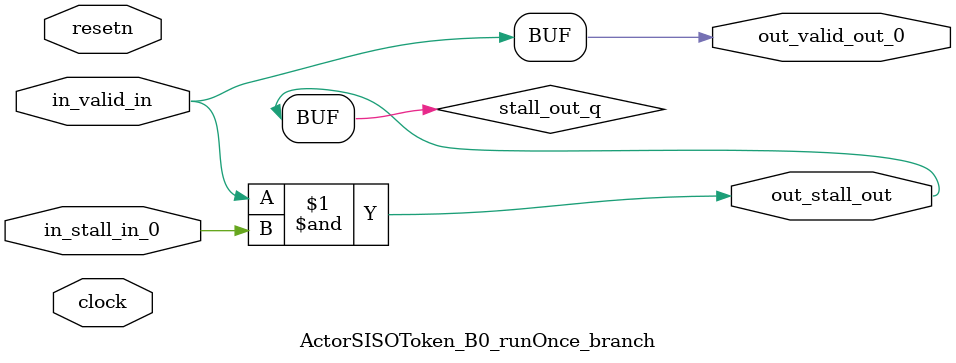
<source format=sv>



(* altera_attribute = "-name AUTO_SHIFT_REGISTER_RECOGNITION OFF; -name MESSAGE_DISABLE 10036; -name MESSAGE_DISABLE 10037; -name MESSAGE_DISABLE 14130; -name MESSAGE_DISABLE 14320; -name MESSAGE_DISABLE 15400; -name MESSAGE_DISABLE 14130; -name MESSAGE_DISABLE 10036; -name MESSAGE_DISABLE 12020; -name MESSAGE_DISABLE 12030; -name MESSAGE_DISABLE 12010; -name MESSAGE_DISABLE 12110; -name MESSAGE_DISABLE 14320; -name MESSAGE_DISABLE 13410; -name MESSAGE_DISABLE 113007; -name MESSAGE_DISABLE 10958" *)
module ActorSISOToken_B0_runOnce_branch (
    input wire [0:0] in_stall_in_0,
    input wire [0:0] in_valid_in,
    output wire [0:0] out_stall_out,
    output wire [0:0] out_valid_out_0,
    input wire clock,
    input wire resetn
    );

    wire [0:0] stall_out_q;


    // stall_out(LOGICAL,6)
    assign stall_out_q = in_valid_in & in_stall_in_0;

    // out_stall_out(GPOUT,4)
    assign out_stall_out = stall_out_q;

    // out_valid_out_0(GPOUT,5)
    assign out_valid_out_0 = in_valid_in;

endmodule

</source>
